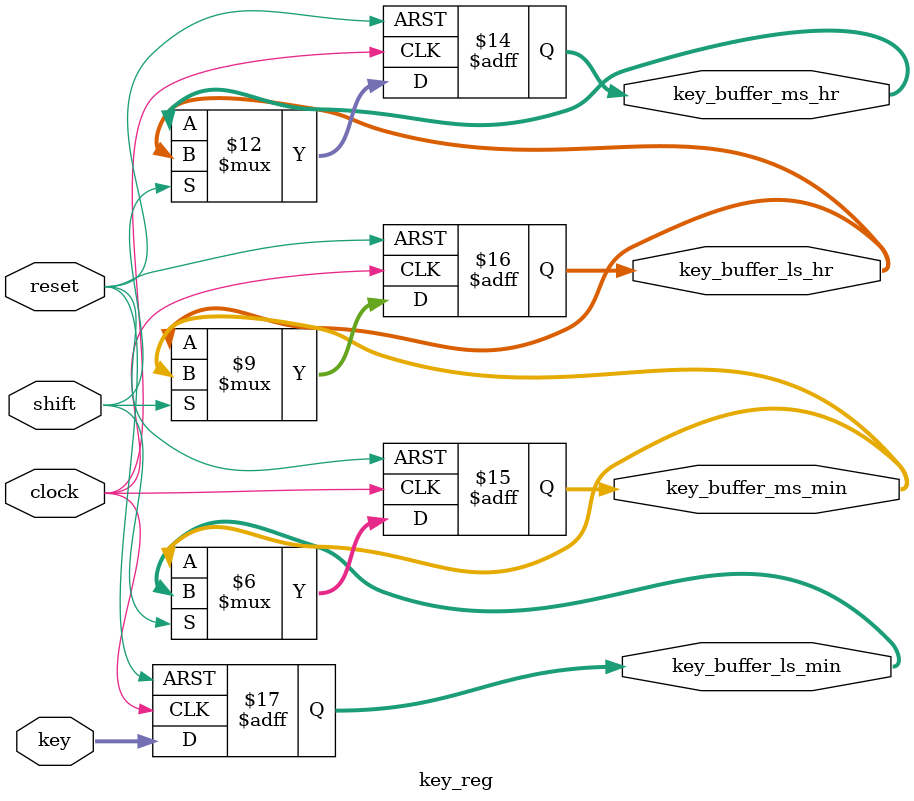
<source format=v>
module key_reg(shift,
              key,
              clock,
              reset,
              key_buffer_ms_hr,
              key_buffer_ms_min,
              key_buffer_ls_hr,
              key_buffer_ls_min);
    
    input shift, clock, reset;
    input [3:0] key;  

    output reg [3:0] key_buffer_ms_hr,
                     key_buffer_ms_min,
                     key_buffer_ls_hr,
                     key_buffer_ls_min;
    
    always @(posedge clock or posedge reset)
        begin
            if (reset)
                begin
                    key_buffer_ms_hr  <= 0;
                    key_buffer_ls_hr  <= 0;
                    key_buffer_ms_min <= 0;
                    key_buffer_ls_min <= 0;
                end 
            else if (shift == 1)
                begin
                    key_buffer_ms_hr  <= key_buffer_ls_hr;
                    key_buffer_ls_hr  <= key_buffer_ms_min;
                    key_buffer_ms_min <= key_buffer_ls_min;
                    key_buffer_ls_min <= key;
                end
            else 
                begin
                    key_buffer_ms_hr  <= key_buffer_ms_hr;
                    key_buffer_ls_hr  <= key_buffer_ls_hr;
                    key_buffer_ms_min <= key_buffer_ms_min;
                    key_buffer_ls_min <= key;
                end
        end
endmodule
</source>
